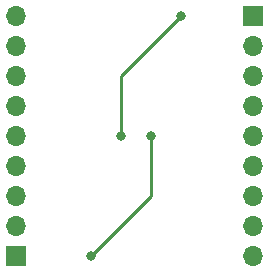
<source format=gbr>
G04 #@! TF.GenerationSoftware,KiCad,Pcbnew,(5.0.1)-3*
G04 #@! TF.CreationDate,2019-01-28T22:50:12+00:00*
G04 #@! TF.ProjectId,Encoder,456E636F6465722E6B696361645F7063,rev?*
G04 #@! TF.SameCoordinates,Original*
G04 #@! TF.FileFunction,Copper,L2,Bot,Signal*
G04 #@! TF.FilePolarity,Positive*
%FSLAX46Y46*%
G04 Gerber Fmt 4.6, Leading zero omitted, Abs format (unit mm)*
G04 Created by KiCad (PCBNEW (5.0.1)-3) date 28/01/2019 22:50:12*
%MOMM*%
%LPD*%
G01*
G04 APERTURE LIST*
G04 #@! TA.AperFunction,ComponentPad*
%ADD10R,1.700000X1.700000*%
G04 #@! TD*
G04 #@! TA.AperFunction,ComponentPad*
%ADD11O,1.700000X1.700000*%
G04 #@! TD*
G04 #@! TA.AperFunction,ViaPad*
%ADD12C,0.800000*%
G04 #@! TD*
G04 #@! TA.AperFunction,Conductor*
%ADD13C,0.250000*%
G04 #@! TD*
G04 APERTURE END LIST*
D10*
G04 #@! TO.P,J1,1*
G04 #@! TO.N,+5V*
X91440000Y-76200000D03*
D11*
G04 #@! TO.P,J1,2*
G04 #@! TO.N,GND*
X91440000Y-73660000D03*
G04 #@! TO.P,J1,3*
G04 #@! TO.N,Net-(J1-Pad3)*
X91440000Y-71120000D03*
G04 #@! TO.P,J1,4*
G04 #@! TO.N,Net-(J1-Pad4)*
X91440000Y-68580000D03*
G04 #@! TO.P,J1,5*
G04 #@! TO.N,Net-(J1-Pad5)*
X91440000Y-66040000D03*
G04 #@! TO.P,J1,6*
G04 #@! TO.N,Net-(J1-Pad6)*
X91440000Y-63500000D03*
G04 #@! TO.P,J1,7*
G04 #@! TO.N,Net-(J1-Pad7)*
X91440000Y-60960000D03*
G04 #@! TO.P,J1,8*
G04 #@! TO.N,Net-(J1-Pad8)*
X91440000Y-58420000D03*
G04 #@! TO.P,J1,9*
G04 #@! TO.N,Net-(J1-Pad9)*
X91440000Y-55880000D03*
G04 #@! TD*
G04 #@! TO.P,J2,9*
G04 #@! TO.N,Net-(J2-Pad9)*
X111440000Y-76200000D03*
G04 #@! TO.P,J2,8*
G04 #@! TO.N,Net-(J2-Pad8)*
X111440000Y-73660000D03*
G04 #@! TO.P,J2,7*
G04 #@! TO.N,Net-(J2-Pad7)*
X111440000Y-71120000D03*
G04 #@! TO.P,J2,6*
G04 #@! TO.N,Net-(J2-Pad6)*
X111440000Y-68580000D03*
G04 #@! TO.P,J2,5*
G04 #@! TO.N,Net-(J2-Pad5)*
X111440000Y-66040000D03*
G04 #@! TO.P,J2,4*
G04 #@! TO.N,Net-(J2-Pad4)*
X111440000Y-63500000D03*
G04 #@! TO.P,J2,3*
G04 #@! TO.N,Net-(J2-Pad3)*
X111440000Y-60960000D03*
G04 #@! TO.P,J2,2*
G04 #@! TO.N,GNDA*
X111440000Y-58420000D03*
D10*
G04 #@! TO.P,J2,1*
G04 #@! TO.N,+5VA*
X111440000Y-55880000D03*
G04 #@! TD*
D12*
G04 #@! TO.N,+5V*
X102870000Y-66040000D03*
X97790000Y-76200000D03*
G04 #@! TO.N,+5VA*
X100330000Y-66040000D03*
X105410000Y-55880000D03*
G04 #@! TD*
D13*
G04 #@! TO.N,+5V*
X97790000Y-76200000D02*
X102870000Y-71120000D01*
X102870000Y-71120000D02*
X102870000Y-66040000D01*
G04 #@! TO.N,+5VA*
X105410000Y-55880000D02*
X100330000Y-60960000D01*
X100330000Y-60960000D02*
X100330000Y-66040000D01*
G04 #@! TD*
M02*

</source>
